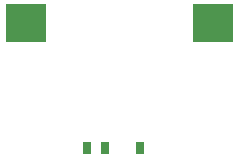
<source format=gbr>
G04 #@! TF.GenerationSoftware,KiCad,Pcbnew,(5.0.0)*
G04 #@! TF.CreationDate,2018-09-15T12:16:20+02:00*
G04 #@! TF.ProjectId,Blinky,426C696E6B792E6B696361645F706362,rev?*
G04 #@! TF.SameCoordinates,Original*
G04 #@! TF.FileFunction,Paste,Bot*
G04 #@! TF.FilePolarity,Positive*
%FSLAX46Y46*%
G04 Gerber Fmt 4.6, Leading zero omitted, Abs format (unit mm)*
G04 Created by KiCad (PCBNEW (5.0.0)) date 09/15/18 12:16:20*
%MOMM*%
%LPD*%
G01*
G04 APERTURE LIST*
%ADD10R,3.500000X3.300000*%
%ADD11R,0.700000X1.000000*%
G04 APERTURE END LIST*
D10*
G04 #@! TO.C,BT1*
X61595000Y-89408000D03*
X77395000Y-89408000D03*
G04 #@! TD*
D11*
G04 #@! TO.C,SW1*
X66750000Y-100000000D03*
X68250000Y-100000000D03*
X71250000Y-100000000D03*
G04 #@! TD*
M02*

</source>
